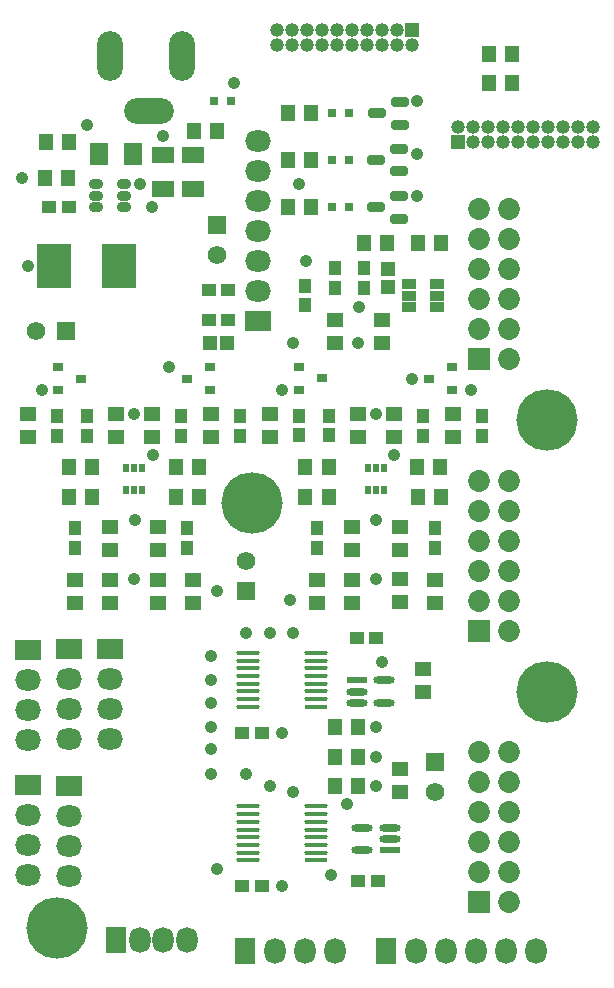
<source format=gbr>
%TF.GenerationSoftware,Altium Limited,Altium Designer,21.2.1 (34)*%
G04 Layer_Color=8388736*
%FSLAX45Y45*%
%MOMM*%
%TF.SameCoordinates,53973CC1-9108-4EA7-9D5E-FD48CC852793*%
%TF.FilePolarity,Negative*%
%TF.FileFunction,Soldermask,Top*%
%TF.Part,Single*%
G01*
G75*
%TA.AperFunction,SMDPad,CuDef*%
G04:AMPARAMS|DCode=16|XSize=1.95543mm|YSize=0.42077mm|CornerRadius=0.21038mm|HoleSize=0mm|Usage=FLASHONLY|Rotation=180.000|XOffset=0mm|YOffset=0mm|HoleType=Round|Shape=RoundedRectangle|*
%AMROUNDEDRECTD16*
21,1,1.95543,0.00000,0,0,180.0*
21,1,1.53467,0.42077,0,0,180.0*
1,1,0.42077,-0.76733,0.00000*
1,1,0.42077,0.76733,0.00000*
1,1,0.42077,0.76733,0.00000*
1,1,0.42077,-0.76733,0.00000*
%
%ADD16ROUNDEDRECTD16*%
%ADD17R,1.95543X0.42077*%
%ADD18R,0.80000X0.80000*%
%ADD19R,1.25814X1.46213*%
%ADD20R,1.46213X1.25814*%
%ADD21R,1.80524X0.61213*%
G04:AMPARAMS|DCode=22|XSize=1.80524mm|YSize=0.61213mm|CornerRadius=0.30606mm|HoleSize=0mm|Usage=FLASHONLY|Rotation=180.000|XOffset=0mm|YOffset=0mm|HoleType=Round|Shape=RoundedRectangle|*
%AMROUNDEDRECTD22*
21,1,1.80524,0.00000,0,0,180.0*
21,1,1.19311,0.61213,0,0,180.0*
1,1,0.61213,-0.59655,0.00000*
1,1,0.61213,0.59655,0.00000*
1,1,0.61213,0.59655,0.00000*
1,1,0.61213,-0.59655,0.00000*
%
%ADD22ROUNDEDRECTD22*%
%ADD23R,1.05822X1.20651*%
%ADD24R,1.20651X1.05822*%
%ADD25R,1.55550X1.85822*%
%TA.AperFunction,ConnectorPad*%
%ADD29R,1.46213X1.25814*%
%TA.AperFunction,ComponentPad*%
%ADD40R,1.57000X1.57000*%
%ADD41C,1.57000*%
%ADD44R,1.57000X1.57000*%
%ADD47C,1.18820*%
%ADD48R,1.18820X1.18820*%
%ADD49R,2.20320X1.80320*%
%ADD50O,2.20320X1.80320*%
%ADD51O,1.80320X2.20320*%
%ADD52R,1.80320X2.20320*%
%ADD53O,4.20320X2.20320*%
%ADD54O,2.20320X4.20320*%
%ADD55R,1.85320X1.85320*%
%ADD56C,1.85320*%
%TA.AperFunction,ViaPad*%
%ADD57C,5.20320*%
%ADD58C,1.05320*%
%TA.AperFunction,SMDPad,CuDef*%
%ADD67O,1.20320X0.90320*%
G04:AMPARAMS|DCode=68|XSize=1.4632mm|YSize=0.7932mm|CornerRadius=0.17535mm|HoleSize=0mm|Usage=FLASHONLY|Rotation=180.000|XOffset=0mm|YOffset=0mm|HoleType=Round|Shape=RoundedRectangle|*
%AMROUNDEDRECTD68*
21,1,1.46320,0.44250,0,0,180.0*
21,1,1.11250,0.79320,0,0,180.0*
1,1,0.35070,-0.55625,0.22125*
1,1,0.35070,0.55625,0.22125*
1,1,0.35070,0.55625,-0.22125*
1,1,0.35070,-0.55625,-0.22125*
%
%ADD68ROUNDEDRECTD68*%
%ADD69R,0.60320X0.70320*%
%ADD70R,1.30320X0.85320*%
%ADD71R,3.00320X3.70320*%
%ADD72R,0.92720X0.76220*%
%ADD73R,1.97320X1.41320*%
%ADD74R,1.20320X1.25320*%
%ADD75R,1.25320X1.20320*%
D16*
X2012462Y922500D02*
D03*
Y987500D02*
D03*
Y1052500D02*
D03*
Y1117500D02*
D03*
Y1182500D02*
D03*
Y1247500D02*
D03*
Y1312500D02*
D03*
Y1377500D02*
D03*
X2587539D02*
D03*
Y1312500D02*
D03*
Y1247500D02*
D03*
Y1182500D02*
D03*
Y1117500D02*
D03*
Y1052500D02*
D03*
Y987500D02*
D03*
X2587538Y2287500D02*
D03*
Y2352500D02*
D03*
Y2417500D02*
D03*
Y2482500D02*
D03*
Y2547500D02*
D03*
Y2612500D02*
D03*
Y2677500D02*
D03*
X2012462D02*
D03*
Y2612500D02*
D03*
Y2547500D02*
D03*
Y2482500D02*
D03*
Y2417500D02*
D03*
Y2352500D02*
D03*
Y2287500D02*
D03*
Y2222500D02*
D03*
D17*
X2587539Y922500D02*
D03*
X2587538Y2222500D02*
D03*
D18*
X1875000Y7350000D02*
D03*
X1725000D02*
D03*
X2725000Y7250000D02*
D03*
X2875000D02*
D03*
Y6450000D02*
D03*
X2725000D02*
D03*
X2875000Y6850000D02*
D03*
X2725000D02*
D03*
D19*
X495399Y6700000D02*
D03*
X300000D02*
D03*
X1597699Y4000000D02*
D03*
X1402301D02*
D03*
X1597699Y4250000D02*
D03*
X1402301D02*
D03*
X3647699Y4000000D02*
D03*
X3452301D02*
D03*
X3645199Y4250000D02*
D03*
X3449800D02*
D03*
X2547699Y6850000D02*
D03*
X2352301D02*
D03*
X2547699Y7250000D02*
D03*
X2352301D02*
D03*
X2547699Y6450000D02*
D03*
X2352301D02*
D03*
X502300Y4000000D02*
D03*
X697699D02*
D03*
X502300Y4250000D02*
D03*
X697699D02*
D03*
X2502301Y4000000D02*
D03*
X2697699D02*
D03*
X2502301Y4250000D02*
D03*
X2697699D02*
D03*
X302301Y7000000D02*
D03*
X497699D02*
D03*
X1750199Y7100000D02*
D03*
X1554801D02*
D03*
X2752301Y1800000D02*
D03*
X2947699D02*
D03*
X2752301Y2050000D02*
D03*
X2947699D02*
D03*
X4247699Y7500000D02*
D03*
X4052301D02*
D03*
X4247699Y7750000D02*
D03*
X4052301D02*
D03*
X3452301Y6150000D02*
D03*
X3647699D02*
D03*
X2752301Y1550000D02*
D03*
X2947699D02*
D03*
X3195399Y6150000D02*
D03*
X3000000D02*
D03*
D20*
X3150000Y5302301D02*
D03*
Y5497699D02*
D03*
X3750000Y4502301D02*
D03*
Y4697700D02*
D03*
X3250000D02*
D03*
Y4502301D02*
D03*
X3300000Y3300200D02*
D03*
Y3104801D02*
D03*
X3600000Y3102301D02*
D03*
Y3297700D02*
D03*
X3300000Y3552301D02*
D03*
Y3747700D02*
D03*
X900000Y4697700D02*
D03*
Y4502301D02*
D03*
X850000Y3297700D02*
D03*
Y3102301D02*
D03*
X550000D02*
D03*
Y3297700D02*
D03*
X850000Y3552301D02*
D03*
Y3747699D02*
D03*
X2200000Y4507301D02*
D03*
Y4702700D02*
D03*
X2950000Y4700200D02*
D03*
Y4504802D02*
D03*
X2900000Y3297700D02*
D03*
Y3102301D02*
D03*
X2600000D02*
D03*
Y3297700D02*
D03*
X2900000Y3552301D02*
D03*
Y3747700D02*
D03*
X1700000Y4502301D02*
D03*
Y4697700D02*
D03*
X1200000D02*
D03*
Y4502301D02*
D03*
X1250000Y3297700D02*
D03*
Y3102301D02*
D03*
X1550000D02*
D03*
Y3297700D02*
D03*
X1250000Y3552301D02*
D03*
Y3747699D02*
D03*
X2750000Y5304801D02*
D03*
Y5500200D02*
D03*
X3300000Y1697699D02*
D03*
Y1502301D02*
D03*
X3500000Y2349800D02*
D03*
Y2545199D02*
D03*
D21*
X3215048Y1005000D02*
D03*
X2934952Y2445000D02*
D03*
D22*
X3215048Y1100000D02*
D03*
Y1195000D02*
D03*
X2984952D02*
D03*
Y1005000D02*
D03*
X2934952Y2350000D02*
D03*
Y2255000D02*
D03*
X3165048D02*
D03*
Y2445000D02*
D03*
D23*
X2750000Y5769915D02*
D03*
Y5935086D02*
D03*
X650000Y4517414D02*
D03*
Y4682586D02*
D03*
X400000Y4517414D02*
D03*
Y4682586D02*
D03*
X550000Y3567414D02*
D03*
Y3732586D02*
D03*
X2700000Y4522415D02*
D03*
Y4687587D02*
D03*
X2450000Y4522415D02*
D03*
Y4687587D02*
D03*
X2600000Y3567415D02*
D03*
Y3732586D02*
D03*
X1450000Y4517414D02*
D03*
Y4682586D02*
D03*
X1950000Y4517414D02*
D03*
Y4682586D02*
D03*
X1500000Y3567414D02*
D03*
Y3732586D02*
D03*
X3500000Y4517415D02*
D03*
Y4682587D02*
D03*
X4000000Y4517415D02*
D03*
Y4682587D02*
D03*
X3600000Y3567415D02*
D03*
Y3732586D02*
D03*
X2500000Y5619914D02*
D03*
Y5785086D02*
D03*
X3000000Y5769915D02*
D03*
Y5935086D02*
D03*
D24*
X334828Y6450000D02*
D03*
X500000D02*
D03*
X3100000Y2800000D02*
D03*
X2934828D02*
D03*
X1683414Y5750000D02*
D03*
X1848586D02*
D03*
X1683414Y5500000D02*
D03*
X1848586D02*
D03*
X1967414Y2000000D02*
D03*
X2132586D02*
D03*
X2132586Y700000D02*
D03*
X1967415D02*
D03*
X2950000Y750000D02*
D03*
X3115172D02*
D03*
D25*
X1040272Y6900000D02*
D03*
X750000D02*
D03*
D29*
X150000Y4502301D02*
D03*
Y4697700D02*
D03*
D40*
X477000Y5400000D02*
D03*
D41*
X223000D02*
D03*
X1750000Y6046000D02*
D03*
X3600000Y1496000D02*
D03*
X2000000Y3454000D02*
D03*
D44*
X1750000Y6300000D02*
D03*
X3600000Y1750000D02*
D03*
X2000000Y3200000D02*
D03*
D47*
X2265000Y7823000D02*
D03*
Y7950000D02*
D03*
X2392000Y7823000D02*
D03*
Y7950000D02*
D03*
X2519000Y7823000D02*
D03*
Y7950000D02*
D03*
X2646000Y7823000D02*
D03*
Y7950000D02*
D03*
X2773000Y7823000D02*
D03*
Y7950000D02*
D03*
X2900000Y7823000D02*
D03*
Y7950000D02*
D03*
X3027000Y7823000D02*
D03*
Y7950000D02*
D03*
X3154000Y7823000D02*
D03*
Y7950000D02*
D03*
X3281000Y7823000D02*
D03*
Y7950000D02*
D03*
X3408000Y7823000D02*
D03*
X4935000Y7127000D02*
D03*
Y7000000D02*
D03*
X4808000Y7127000D02*
D03*
Y7000000D02*
D03*
X4681000Y7127000D02*
D03*
Y7000000D02*
D03*
X4554000Y7127000D02*
D03*
Y7000000D02*
D03*
X4427000Y7127000D02*
D03*
Y7000000D02*
D03*
X4300000Y7127000D02*
D03*
Y7000000D02*
D03*
X4173000Y7127000D02*
D03*
Y7000000D02*
D03*
X4046000Y7127000D02*
D03*
Y7000000D02*
D03*
X3919000Y7127000D02*
D03*
Y7000000D02*
D03*
X3792000Y7127000D02*
D03*
D48*
X3408000Y7950000D02*
D03*
X3792000Y7000000D02*
D03*
D49*
X2100000Y5484000D02*
D03*
X500000Y2708000D02*
D03*
X850000Y2712000D02*
D03*
X150000Y2704000D02*
D03*
X500000Y1554000D02*
D03*
X150000Y1562000D02*
D03*
D50*
X2100000Y5738000D02*
D03*
Y5992000D02*
D03*
Y6246000D02*
D03*
Y6500000D02*
D03*
Y6754000D02*
D03*
Y7008000D02*
D03*
X500000Y1946000D02*
D03*
Y2200000D02*
D03*
Y2454000D02*
D03*
X850000Y1950000D02*
D03*
Y2204000D02*
D03*
Y2458000D02*
D03*
X150000Y2450000D02*
D03*
Y2196000D02*
D03*
Y1942000D02*
D03*
X500000Y792000D02*
D03*
Y1046000D02*
D03*
Y1300000D02*
D03*
X150000Y800000D02*
D03*
Y1054000D02*
D03*
Y1308000D02*
D03*
D51*
X4458000Y150000D02*
D03*
X4204000D02*
D03*
X3950000D02*
D03*
X3696000D02*
D03*
X3442000D02*
D03*
X1500000Y250000D02*
D03*
X1300000D02*
D03*
X1100000D02*
D03*
X2242000Y150000D02*
D03*
X2496000D02*
D03*
X2750000D02*
D03*
D52*
X3188000D02*
D03*
X900000Y250000D02*
D03*
X1988000Y150000D02*
D03*
D53*
X1175000Y7270000D02*
D03*
D54*
X1455000Y7730000D02*
D03*
X845000D02*
D03*
D55*
X3973000Y565000D02*
D03*
Y5165000D02*
D03*
Y2865000D02*
D03*
D56*
Y819000D02*
D03*
X4227000Y565000D02*
D03*
Y819000D02*
D03*
X3973000Y1327000D02*
D03*
X4227000D02*
D03*
X3973000Y1835000D02*
D03*
X4227000D02*
D03*
Y1581000D02*
D03*
X3973000D02*
D03*
X4227000Y1073000D02*
D03*
X3973000D02*
D03*
Y5419000D02*
D03*
X4227000Y5165000D02*
D03*
Y5419000D02*
D03*
X3973000Y5927000D02*
D03*
X4227000D02*
D03*
X3973000Y6435000D02*
D03*
X4227000D02*
D03*
Y6181000D02*
D03*
X3973000D02*
D03*
X4227000Y5673000D02*
D03*
X3973000D02*
D03*
Y3119000D02*
D03*
X4227000Y2865000D02*
D03*
Y3119000D02*
D03*
X3973000Y3627000D02*
D03*
X4227000D02*
D03*
X3973000Y4135000D02*
D03*
X4227000D02*
D03*
Y3881000D02*
D03*
X3973000D02*
D03*
X4227000Y3373000D02*
D03*
X3973000D02*
D03*
D57*
X2050000Y3950000D02*
D03*
X400000Y350000D02*
D03*
X4550000Y4650000D02*
D03*
Y2350000D02*
D03*
D58*
X2504627Y6000000D02*
D03*
X3100000Y1550000D02*
D03*
X2717141Y800000D02*
D03*
X2953174Y5603174D02*
D03*
X3400000Y5000000D02*
D03*
X2400000Y5300000D02*
D03*
X1900000Y7500000D02*
D03*
X1300000Y7050000D02*
D03*
X2369360Y3122209D02*
D03*
X3150000Y2600000D02*
D03*
X3100000Y1800000D02*
D03*
Y2050000D02*
D03*
X2000000Y1650000D02*
D03*
X2200000Y1550000D02*
D03*
X1700000Y1650000D02*
D03*
Y1866128D02*
D03*
Y2050000D02*
D03*
Y2250000D02*
D03*
Y2450000D02*
D03*
Y2650000D02*
D03*
X2400000Y2850000D02*
D03*
X2200000D02*
D03*
X2000000D02*
D03*
X2400000Y1500000D02*
D03*
X1750000Y850000D02*
D03*
X2450000Y6650000D02*
D03*
X3100000Y3800001D02*
D03*
X1350000Y5100000D02*
D03*
X1100000Y6650000D02*
D03*
X650000Y7150000D02*
D03*
X1200000Y6450000D02*
D03*
X100000Y6700000D02*
D03*
X150000Y5950000D02*
D03*
X3450000Y6900000D02*
D03*
X2300000Y700000D02*
D03*
X2850000Y1400000D02*
D03*
X2300000Y2000000D02*
D03*
X2950000Y5300000D02*
D03*
X3450000Y7350000D02*
D03*
X3100000Y3300000D02*
D03*
X3900000Y4900000D02*
D03*
X3100000Y4700000D02*
D03*
X2300000Y4900001D02*
D03*
X3250000Y4350001D02*
D03*
X1208708Y4356207D02*
D03*
X1058708Y3806207D02*
D03*
X1050000Y3300000D02*
D03*
X268083Y4904375D02*
D03*
X1050000Y4700000D02*
D03*
X1750000Y3200000D02*
D03*
X3450000Y6550000D02*
D03*
D67*
X970000Y6455000D02*
D03*
Y6550000D02*
D03*
Y6645000D02*
D03*
X730000D02*
D03*
Y6550000D02*
D03*
Y6455000D02*
D03*
D68*
X3296000Y6545000D02*
D03*
X3100000Y6450000D02*
D03*
X3296000Y6355000D02*
D03*
X3100000Y6850000D02*
D03*
X3296000Y6945000D02*
D03*
Y6755000D02*
D03*
X3300000Y7340000D02*
D03*
X3104000Y7245000D02*
D03*
X3300000Y7150000D02*
D03*
D69*
X3035000Y4245000D02*
D03*
X3100000D02*
D03*
X3165000D02*
D03*
Y4055001D02*
D03*
X3100000D02*
D03*
X3035000D02*
D03*
X985000Y4245000D02*
D03*
X1050000D02*
D03*
X1115000D02*
D03*
Y4055000D02*
D03*
X1050000D02*
D03*
X985000D02*
D03*
D70*
X3380000Y5797500D02*
D03*
Y5702500D02*
D03*
Y5607500D02*
D03*
X3620000D02*
D03*
Y5702500D02*
D03*
Y5797500D02*
D03*
D71*
X375000Y5950000D02*
D03*
X925000D02*
D03*
D72*
X3746800Y5095000D02*
D03*
X3550000Y5000001D02*
D03*
X3746800Y4905001D02*
D03*
X403200Y5095000D02*
D03*
X600000Y5000000D02*
D03*
X403200Y4905000D02*
D03*
X2449300Y5097501D02*
D03*
X2646100Y5002501D02*
D03*
X2449300Y4907501D02*
D03*
X1696800Y4905000D02*
D03*
X1500000Y5000000D02*
D03*
X1696800Y5095000D02*
D03*
D73*
X1550000Y6892800D02*
D03*
Y6607200D02*
D03*
X1300000Y6892800D02*
D03*
Y6607200D02*
D03*
D74*
X3200000Y5777500D02*
D03*
Y5927500D02*
D03*
D75*
X1841000Y5300000D02*
D03*
X1691000D02*
D03*
%TF.MD5,73ea6f64e47812d5ef5ee69cb7984b06*%
M02*

</source>
